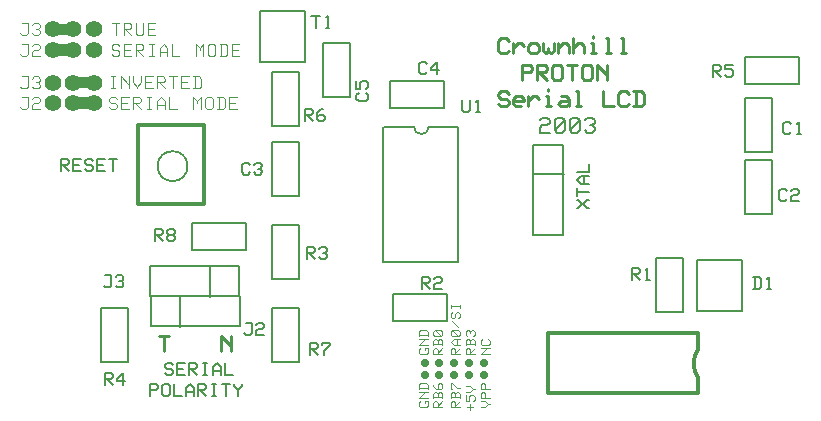
<source format=gbr>
G04 GERBER ASCII OUTPUT FROM: EDWINXP (VER. 1.20 REV. 20030502)*
G04 GERBER FORMAT: RX-274-X*
G04 BOARD: SERIAL_LCD_VER3*
G04 ARTWORK OF COMP.PRINT POSITIVE*
%ASAXBY*%
%FSLAX23Y23*%
%MIA0B0*%
%MOIN*%
%OFA0.0000B0.0000*%
%SFA1B1*%
%IJA0B0*%
%INLAYER0POS*%
%IOA0B0*%
%IPPOS*%
%IR0*%
G04 APERTURE MACROS*
%AMEDWDONUT*
1,1,$1,$2,$3*
1,0,$4,$2,$3*
%
%AMEDWFRECT*
20,1,$1,$2,$3,$4,$5,$6*
%
%AMEDWORECT*
20,1,$1,$2,$3,$4,$5,$10*
20,1,$1,$4,$5,$6,$7,$10*
20,1,$1,$6,$7,$8,$9,$10*
20,1,$1,$8,$9,$2,$3,$10*
1,1,$1,$2,$3*
1,1,$1,$4,$5*
1,1,$1,$6,$7*
1,1,$1,$8,$9*
%
%AMEDWLINER*
20,1,$1,$2,$3,$4,$5,$6*
1,1,$1,$2,$3*
1,1,$1,$4,$5*
%
%AMEDWFTRNG*
4,1,3,$1,$2,$3,$4,$5,$6,$7,$8,$9*
%
%AMEDWATRNG*
4,1,3,$1,$2,$3,$4,$5,$6,$7,$8,$9*
20,1,$11,$1,$2,$3,$4,$10*
20,1,$11,$3,$4,$5,$6,$10*
20,1,$11,$5,$6,$7,$8,$10*
1,1,$11,$3,$4*
1,1,$11,$5,$6*
1,1,$11,$7,$8*
%
%AMEDWOTRNG*
20,1,$1,$2,$3,$4,$5,$8*
20,1,$1,$4,$5,$6,$7,$8*
20,1,$1,$6,$7,$2,$3,$8*
1,1,$1,$2,$3*
1,1,$1,$4,$5*
1,1,$1,$6,$7*
%
G04*
G04 APERTURE LIST*
%ADD10R,0.0500X0.0580*%
%ADD11R,0.0740X0.0820*%
%ADD12R,0.0400X0.0480*%
%ADD13R,0.0640X0.0720*%
%ADD14R,0.0650X0.0700*%
%ADD15R,0.0890X0.0940*%
%ADD16R,0.0550X0.0600*%
%ADD17R,0.0790X0.0840*%
%ADD18R,0.0700X0.0650*%
%ADD19R,0.0940X0.0890*%
%ADD20R,0.0600X0.0550*%
%ADD21R,0.0840X0.0790*%
%ADD22R,0.0900X0.0350*%
%ADD23R,0.1140X0.0590*%
%ADD24R,0.0800X0.0250*%
%ADD25R,0.1040X0.0490*%
%ADD26R,0.0800X0.0800*%
%ADD27R,0.1040X0.1040*%
%ADD28R,0.0700X0.0700*%
%ADD29R,0.0940X0.0940*%
%ADD30C,0.0010*%
%ADD32C,0.0020*%
%ADD33R,0.0020X0.0020*%
%ADD34C,0.0030*%
%ADD35R,0.0030X0.0030*%
%ADD36C,0.0040*%
%ADD37R,0.0040X0.0040*%
%ADD38C,0.0050*%
%ADD39R,0.0050X0.0050*%
%ADD40C,0.00787*%
%ADD41R,0.00787X0.00787*%
%ADD42C,0.00795*%
%ADD44C,0.00894*%
%ADD46C,0.00984*%
%ADD47R,0.00984X0.00984*%
%ADD48C,0.0120*%
%ADD50C,0.01299*%
%ADD52C,0.01969*%
%ADD53R,0.01969X0.01969*%
%ADD54C,0.0250*%
%ADD56C,0.02784*%
%ADD58C,0.0280*%
%ADD60C,0.0290*%
%ADD62C,0.0300*%
%ADD64C,0.03195*%
%ADD66C,0.03294*%
%ADD68C,0.0360*%
%ADD70C,0.03699*%
%ADD72C,0.03937*%
%ADD73R,0.03937X0.03937*%
%ADD74C,0.0490*%
%ADD76C,0.0500*%
%ADD77R,0.0500X0.0500*%
%ADD78C,0.05184*%
%ADD80C,0.0540*%
%ADD82C,0.05487*%
%ADD84C,0.0560*%
%ADD86C,0.05906*%
%ADD87R,0.05906X0.05906*%
%ADD88C,0.0600*%
%ADD89R,0.0600X0.0600*%
%ADD90C,0.0620*%
%ADD92C,0.06906*%
%ADD93R,0.06906X0.06906*%
%ADD94C,0.0700*%
%ADD95R,0.0700X0.0700*%
%ADD96C,0.07087*%
%ADD98C,0.07887*%
%ADD100C,0.0800*%
%ADD102C,0.0860*%
%ADD104C,0.08858*%
%ADD105R,0.08858X0.08858*%
%ADD106C,0.0940*%
%ADD108C,0.09843*%
%ADD109R,0.09843X0.09843*%
%ADD110C,0.1040*%
%ADD112C,0.1100*%
%ADD115R,0.11258X0.11258*%
%ADD117R,0.12243X0.12243*%
%ADD118C,0.22243*%
%ADD119R,0.22243X0.22243*%
%ADD120C,0.32243*%
%ADD121R,0.32243X0.32243*%
%ADD122C,0.42243*%
%ADD123R,0.42243X0.42243*%
%ADD124C,0.52243*%
%ADD125R,0.52243X0.52243*%
%ADD126C,0.62243*%
%ADD127R,0.62243X0.62243*%
%ADD128C,0.72243*%
%ADD129R,0.72243X0.72243*%
%ADD130C,0.82243*%
%ADD131R,0.82243X0.82243*%
%ADD132C,0.92243*%
%ADD133R,0.92243X0.92243*%
%ADD134C,1.02243*%
%ADD135R,1.02243X1.02243*%
%ADD136C,1.12243*%
%ADD137R,1.12243X1.12243*%
%ADD138C,1.22243*%
%ADD139R,1.22243X1.22243*%
%ADD140C,1.32243*%
%ADD141R,1.32243X1.32243*%
%ADD142C,1.42243*%
%ADD143R,1.42243X1.42243*%
%ADD144C,1.52243*%
%ADD145R,1.52243X1.52243*%
%ADD146C,1.62243*%
%ADD147R,1.62243X1.62243*%
%ADD148C,1.72243*%
%ADD149R,1.72243X1.72243*%
%ADD150C,1.82243*%
%ADD151R,1.82243X1.82243*%
%ADD152C,1.92243*%
%ADD153R,1.92243X1.92243*%
G04*
D50* 
X2281Y67D02*
X1781Y67D01*
X1781Y267D01*
X2281Y267D01*
G75*
G01X2281Y217D02*
G03X2281Y117I70J-50D01*
G01*
G75*
G01X2281Y217D02*
G03X2281Y117I70J-50D01*
G01*
X2281Y217D02*D03*
X2281Y117D02*D03*
X2281Y117D02*
X2281Y67D01*
X2281Y217D02*
X2281Y267D01*
D42* 
X2427Y512D02*
X2427Y342D01*
X2277Y342D01*
X2277Y512D01*
X2427Y512D01*
D38* 
X2463Y413D02*
X2483Y413D01*
X2490Y420D01*
X2490Y447D01*
X2483Y453D01*
X2463Y453D01*
X2470Y453D02*
X2470Y413D01*
X2510Y413D02*
X2523Y413D01*
X2516Y413D02*
X2516Y453D01*
X2510Y447D01*
D42* 
X2140Y519D02*
X2230Y519D01*
X2230Y339D01*
X2140Y339D01*
X2140Y519D01*
D38* 
X2058Y445D02*
X2058Y485D01*
X2078Y485D01*
X2085Y479D01*
X2085Y472D01*
X2078Y465D01*
X2058Y465D01*
X2065Y465D02*
X2085Y445D01*
X2105Y445D02*
X2118Y445D01*
X2111Y445D02*
X2111Y485D01*
X2105Y479D01*
D42* 
X1264Y309D02*
X1264Y399D01*
X1444Y399D01*
X1444Y309D01*
X1264Y309D01*
D38* 
X1358Y413D02*
X1358Y453D01*
X1378Y453D01*
X1385Y447D01*
X1385Y440D01*
X1378Y433D01*
X1358Y433D01*
X1365Y433D02*
X1385Y413D01*
X1398Y447D02*
X1405Y453D01*
X1418Y453D01*
X1425Y447D01*
X1425Y440D01*
X1418Y433D01*
X1405Y433D01*
X1398Y427D01*
X1398Y413D01*
X1425Y413D01*
D42* 
X861Y627D02*
X951Y627D01*
X951Y447D01*
X861Y447D01*
X861Y627D01*
D38* 
X977Y515D02*
X977Y555D01*
X997Y555D01*
X1004Y549D01*
X1004Y542D01*
X997Y535D01*
X977Y535D01*
X984Y535D02*
X1004Y515D01*
X1017Y549D02*
X1024Y555D01*
X1037Y555D01*
X1044Y549D01*
X1044Y542D01*
X1037Y535D01*
X1030Y535D01*
X1037Y535D02*
X1044Y529D01*
X1044Y522D01*
X1037Y515D01*
X1024Y515D01*
X1017Y522D01*
D42* 
X380Y172D02*
X290Y172D01*
X290Y352D01*
X380Y352D01*
X380Y172D01*
D38* 
X304Y95D02*
X304Y135D01*
X324Y135D01*
X331Y128D01*
X331Y121D01*
X324Y115D01*
X304Y115D01*
X311Y115D02*
X331Y95D01*
X371Y108D02*
X344Y108D01*
X344Y115D01*
X364Y135D01*
X364Y95D01*
D42* 
X2615Y1187D02*
X2615Y1097D01*
X2435Y1097D01*
X2435Y1187D01*
X2615Y1187D01*
D38* 
X2329Y1121D02*
X2329Y1161D01*
X2349Y1161D01*
X2356Y1155D01*
X2356Y1148D01*
X2349Y1141D01*
X2329Y1141D01*
X2336Y1141D02*
X2356Y1121D01*
X2369Y1128D02*
X2376Y1121D01*
X2389Y1121D01*
X2396Y1128D01*
X2396Y1141D01*
X2389Y1148D01*
X2369Y1148D01*
X2369Y1161D01*
X2396Y1161D01*
D42* 
X2435Y1050D02*
X2525Y1050D01*
X2525Y870D01*
X2435Y870D01*
X2435Y1050D01*
D38* 
X2589Y937D02*
X2582Y930D01*
X2569Y930D01*
X2562Y937D01*
X2562Y963D01*
X2569Y970D01*
X2582Y970D01*
X2589Y963D01*
X2609Y930D02*
X2622Y930D01*
X2615Y930D02*
X2615Y970D01*
X2609Y963D01*
D42* 
X2525Y664D02*
X2435Y664D01*
X2435Y844D01*
X2525Y844D01*
X2525Y664D01*
D38* 
X2576Y715D02*
X2569Y709D01*
X2556Y709D01*
X2549Y715D01*
X2549Y742D01*
X2556Y749D01*
X2569Y749D01*
X2576Y742D01*
X2589Y742D02*
X2596Y749D01*
X2609Y749D01*
X2616Y742D01*
X2616Y735D01*
X2609Y729D01*
X2596Y729D01*
X2589Y722D01*
X2589Y709D01*
X2616Y709D01*
D42* 
X861Y903D02*
X951Y903D01*
X951Y723D01*
X861Y723D01*
X861Y903D01*
D38* 
X787Y803D02*
X780Y796D01*
X767Y796D01*
X760Y803D01*
X760Y829D01*
X767Y836D01*
X780Y836D01*
X787Y829D01*
X800Y829D02*
X807Y836D01*
X820Y836D01*
X827Y829D01*
X827Y823D01*
X820Y816D01*
X814Y816D01*
X820Y816D02*
X827Y809D01*
X827Y803D01*
X820Y796D01*
X807Y796D01*
X800Y803D01*
D42* 
X1433Y1108D02*
X1433Y1018D01*
X1253Y1018D01*
X1253Y1108D01*
X1433Y1108D01*
D38* 
X1375Y1139D02*
X1368Y1132D01*
X1355Y1132D01*
X1348Y1139D01*
X1348Y1165D01*
X1355Y1172D01*
X1368Y1172D01*
X1375Y1165D01*
X1415Y1145D02*
X1388Y1145D01*
X1388Y1152D01*
X1408Y1172D01*
X1408Y1132D01*
D42* 
X1118Y1056D02*
X1028Y1056D01*
X1028Y1236D01*
X1118Y1236D01*
X1118Y1056D01*
D38* 
X1174Y1069D02*
X1181Y1062D01*
X1181Y1049D01*
X1174Y1042D01*
X1148Y1042D01*
X1141Y1049D01*
X1141Y1062D01*
X1148Y1069D01*
X1174Y1082D02*
X1181Y1089D01*
X1181Y1102D01*
X1174Y1109D01*
X1161Y1109D01*
X1154Y1102D01*
X1154Y1082D01*
X1141Y1082D01*
X1141Y1109D01*
D42* 
X1481Y956D02*
X1481Y506D01*
X1231Y956D02*
X1231Y506D01*
X1382Y956D02*
X1481Y956D01*
X1332Y956D02*
X1232Y956D01*
G75*
G01X1332Y956D02*
G03X1382Y956I25J0D01*
G01*
G75*
G01X1332Y956D02*
G03X1382Y956I25J0D01*
G01*
X1332Y956D02*D03*
X1382Y956D02*D03*
X1231Y506D02*
X1481Y506D01*
D38* 
X1494Y1043D02*
X1494Y1010D01*
X1500Y1003D01*
X1514Y1003D01*
X1520Y1010D01*
X1520Y1043D01*
X1540Y1003D02*
X1554Y1003D01*
X1547Y1003D02*
X1547Y1043D01*
X1540Y1037D01*
X1831Y894D02*
X1831Y596D01*
X1731Y596D01*
X1731Y894D01*
X1831Y894D01*
X1731Y797D02*
X1832Y797D01*
X455Y390D02*
X752Y390D01*
X752Y290D01*
X455Y290D01*
X455Y390D01*
X552Y289D02*
X552Y391D01*
X766Y268D02*
X773Y261D01*
X786Y261D01*
X793Y268D01*
X793Y301D01*
X773Y301D01*
X806Y294D02*
X813Y301D01*
X826Y301D01*
X833Y294D01*
X833Y288D01*
X826Y281D01*
X813Y281D01*
X806Y274D01*
X806Y261D01*
X833Y261D01*
D50* 
X412Y697D02*
X412Y961D01*
X633Y961D01*
X633Y697D01*
X412Y697D01*
D38* 
G75*
G01X578Y824D02*
G03X578Y824I-50J0D01*
G01*
D42* 
X821Y1171D02*
X821Y1341D01*
X971Y1341D01*
X971Y1171D01*
X821Y1171D01*
D38* 
X1005Y1286D02*
X1005Y1326D01*
X991Y1326D02*
X1018Y1326D01*
X1038Y1286D02*
X1051Y1286D01*
X1045Y1286D02*
X1045Y1326D01*
X1038Y1320D01*
D42* 
X861Y1139D02*
X951Y1139D01*
X951Y959D01*
X861Y959D01*
X861Y1139D01*
D38* 
X970Y975D02*
X970Y1015D01*
X990Y1015D01*
X997Y1009D01*
X997Y1002D01*
X990Y995D01*
X970Y995D01*
X977Y995D02*
X997Y975D01*
X1010Y989D02*
X1017Y995D01*
X1030Y995D01*
X1037Y989D01*
X1037Y982D01*
X1030Y975D01*
X1017Y975D01*
X1010Y982D01*
X1010Y1002D01*
X1023Y1015D01*
X1030Y1015D01*
D42* 
X861Y352D02*
X951Y352D01*
X951Y172D01*
X861Y172D01*
X861Y352D01*
D38* 
X987Y193D02*
X987Y233D01*
X1007Y233D01*
X1013Y227D01*
X1013Y220D01*
X1007Y213D01*
X987Y213D01*
X993Y213D02*
X1013Y193D01*
X1033Y193D02*
X1033Y207D01*
X1053Y227D01*
X1053Y233D01*
X1027Y233D01*
X1027Y227D01*
X749Y390D02*
X452Y390D01*
X452Y490D01*
X749Y490D01*
X749Y390D01*
X652Y491D02*
X652Y389D01*
X298Y426D02*
X304Y420D01*
X318Y420D01*
X324Y426D01*
X324Y460D01*
X304Y460D01*
X338Y453D02*
X344Y460D01*
X358Y460D01*
X364Y453D01*
X364Y446D01*
X358Y440D01*
X351Y440D01*
X358Y440D02*
X364Y433D01*
X364Y426D01*
X358Y420D01*
X344Y420D01*
X338Y426D01*
D42* 
X593Y546D02*
X593Y636D01*
X773Y636D01*
X773Y546D01*
X593Y546D01*
D38* 
X468Y575D02*
X468Y615D01*
X488Y615D01*
X495Y609D01*
X495Y602D01*
X488Y595D01*
X468Y595D01*
X475Y595D02*
X495Y575D01*
X508Y582D02*
X508Y589D01*
X515Y595D01*
X528Y595D01*
X535Y602D01*
X535Y609D01*
X528Y615D01*
X515Y615D01*
X508Y609D01*
X508Y602D01*
X515Y595D01*
X528Y595D02*
X535Y589D01*
X535Y582D01*
X528Y575D01*
X515Y575D01*
X508Y582D01*
D82* 
X128Y1280D02*D03*
X197Y1280D02*D03*
X266Y1280D02*D03*
X128Y1211D02*D03*
X197Y1211D02*D03*
X266Y1211D02*D03*
X128Y1102D02*D03*
X197Y1102D02*D03*
X266Y1102D02*D03*
X128Y1033D02*D03*
X197Y1033D02*D03*
X266Y1033D02*D03*
G36*
X108Y1299D02*
X108Y1260D01*
X207Y1260D01*
X207Y1299D01*
X108Y1299D01*
G37*
G36*
X108Y1230D02*
X108Y1191D01*
X197Y1191D01*
X197Y1230D01*
X108Y1230D01*
G37*
G36*
X276Y1122D02*
X276Y1083D01*
X197Y1083D01*
X197Y1122D01*
X276Y1122D01*
G37*
G36*
X276Y1053D02*
X276Y1014D01*
X197Y1014D01*
X197Y1053D01*
X276Y1053D01*
G37*
D56* 
X1368Y167D02*D03*
X1368Y128D02*D03*
X1417Y128D02*D03*
X1417Y167D02*D03*
X1467Y167D02*D03*
X1467Y128D02*D03*
X1516Y167D02*D03*
X1516Y128D02*D03*
X1565Y167D02*D03*
X1565Y128D02*D03*
D42* 
X1915Y684D02*
X1908Y684D01*
X1881Y711D01*
X1875Y711D01*
X1875Y684D02*
X1881Y684D01*
X1908Y711D01*
X1915Y711D01*
X1915Y738D02*
X1875Y738D01*
X1875Y724D02*
X1875Y751D01*
X1915Y764D02*
X1888Y764D01*
X1875Y778D01*
X1888Y791D01*
X1915Y791D01*
X1901Y791D02*
X1901Y764D01*
X1875Y804D02*
X1915Y804D01*
X1915Y831D01*
X157Y807D02*
X157Y847D01*
X177Y847D01*
X184Y840D01*
X184Y834D01*
X177Y827D01*
X157Y827D01*
X164Y827D02*
X184Y807D01*
X224Y807D02*
X197Y807D01*
X197Y847D01*
X224Y847D01*
X197Y827D02*
X217Y827D01*
X237Y814D02*
X244Y807D01*
X257Y807D01*
X264Y814D01*
X264Y820D01*
X257Y827D01*
X244Y827D01*
X237Y834D01*
X237Y840D01*
X244Y847D01*
X257Y847D01*
X264Y840D01*
X304Y807D02*
X277Y807D01*
X277Y847D01*
X304Y847D01*
X277Y827D02*
X297Y827D01*
X331Y807D02*
X331Y847D01*
X317Y847D02*
X344Y847D01*
D44* 
X499Y207D02*
X499Y257D01*
X482Y257D02*
X516Y257D01*
X689Y207D02*
X689Y257D01*
X722Y223D01*
X722Y257D02*
X722Y207D01*
D36* 
X1353Y217D02*
X1348Y212D01*
X1348Y202D01*
X1353Y197D01*
X1373Y197D01*
X1378Y202D01*
X1378Y217D01*
X1368Y217D01*
X1368Y212D01*
X1378Y227D02*
X1348Y227D01*
X1368Y247D01*
X1348Y247D02*
X1378Y247D01*
X1378Y257D02*
X1378Y272D01*
X1373Y277D01*
X1353Y277D01*
X1348Y272D01*
X1348Y257D01*
X1348Y262D02*
X1378Y262D01*
X1427Y197D02*
X1397Y197D01*
X1397Y212D01*
X1402Y217D01*
X1407Y217D01*
X1412Y212D01*
X1412Y197D01*
X1412Y202D02*
X1427Y217D01*
X1427Y227D02*
X1427Y242D01*
X1422Y247D01*
X1417Y247D01*
X1412Y242D01*
X1412Y232D01*
X1412Y242D02*
X1407Y247D01*
X1402Y247D01*
X1397Y242D01*
X1397Y227D01*
X1397Y232D02*
X1427Y232D01*
X1422Y257D02*
X1402Y257D01*
X1397Y262D01*
X1397Y272D01*
X1402Y277D01*
X1422Y277D01*
X1427Y272D01*
X1427Y262D01*
X1422Y257D01*
X1402Y277D01*
X1535Y197D02*
X1505Y197D01*
X1505Y212D01*
X1510Y217D01*
X1515Y217D01*
X1520Y212D01*
X1520Y197D01*
X1520Y202D02*
X1535Y217D01*
X1535Y227D02*
X1535Y242D01*
X1530Y247D01*
X1525Y247D01*
X1520Y242D01*
X1520Y232D01*
X1520Y242D02*
X1515Y247D01*
X1510Y247D01*
X1505Y242D01*
X1505Y227D01*
X1505Y232D02*
X1535Y232D01*
X1510Y257D02*
X1505Y262D01*
X1505Y272D01*
X1510Y277D01*
X1515Y277D01*
X1520Y272D01*
X1520Y267D01*
X1520Y272D02*
X1525Y277D01*
X1530Y277D01*
X1535Y272D01*
X1535Y262D01*
X1530Y257D01*
X1585Y197D02*
X1555Y197D01*
X1575Y217D01*
X1555Y217D02*
X1585Y217D01*
X1580Y247D02*
X1585Y242D01*
X1585Y232D01*
X1580Y227D01*
X1560Y227D01*
X1555Y232D01*
X1555Y242D01*
X1560Y247D01*
X1353Y40D02*
X1348Y35D01*
X1348Y25D01*
X1353Y20D01*
X1373Y20D01*
X1378Y25D01*
X1378Y40D01*
X1368Y40D01*
X1368Y35D01*
X1378Y50D02*
X1348Y50D01*
X1368Y70D01*
X1348Y70D02*
X1378Y70D01*
X1378Y80D02*
X1378Y95D01*
X1373Y100D01*
X1353Y100D01*
X1348Y95D01*
X1348Y80D01*
X1348Y85D02*
X1378Y85D01*
X1427Y20D02*
X1397Y20D01*
X1397Y35D01*
X1402Y40D01*
X1407Y40D01*
X1412Y35D01*
X1412Y20D01*
X1412Y25D02*
X1427Y40D01*
X1427Y50D02*
X1427Y65D01*
X1422Y70D01*
X1417Y70D01*
X1412Y65D01*
X1412Y55D01*
X1412Y65D02*
X1407Y70D01*
X1402Y70D01*
X1397Y65D01*
X1397Y50D01*
X1397Y55D02*
X1427Y55D01*
X1417Y80D02*
X1412Y85D01*
X1412Y95D01*
X1417Y100D01*
X1422Y100D01*
X1427Y95D01*
X1427Y85D01*
X1422Y80D01*
X1407Y80D01*
X1397Y90D01*
X1397Y95D01*
X1486Y20D02*
X1456Y20D01*
X1456Y35D01*
X1461Y40D01*
X1466Y40D01*
X1471Y35D01*
X1471Y20D01*
X1471Y25D02*
X1486Y40D01*
X1486Y50D02*
X1486Y65D01*
X1481Y70D01*
X1476Y70D01*
X1471Y65D01*
X1471Y55D01*
X1471Y65D02*
X1466Y70D01*
X1461Y70D01*
X1456Y65D01*
X1456Y50D01*
X1456Y55D02*
X1486Y55D01*
X1486Y85D02*
X1476Y85D01*
X1461Y100D01*
X1456Y100D01*
X1456Y80D01*
X1461Y80D01*
X1520Y10D02*
X1520Y30D01*
X1510Y20D02*
X1530Y20D01*
X1530Y40D02*
X1535Y45D01*
X1535Y55D01*
X1530Y60D01*
X1520Y60D01*
X1515Y55D01*
X1515Y40D01*
X1505Y40D01*
X1505Y60D01*
X1505Y70D02*
X1520Y70D01*
X1530Y80D01*
X1535Y80D01*
X1530Y80D02*
X1520Y90D01*
X1505Y90D01*
X1555Y20D02*
X1570Y20D01*
X1580Y30D01*
X1585Y30D01*
X1580Y30D02*
X1570Y40D01*
X1555Y40D01*
X1585Y50D02*
X1555Y50D01*
X1555Y65D01*
X1560Y70D01*
X1565Y70D01*
X1570Y65D01*
X1570Y50D01*
X1585Y80D02*
X1555Y80D01*
X1555Y95D01*
X1560Y100D01*
X1565Y100D01*
X1570Y95D01*
X1570Y80D01*
D42* 
X502Y135D02*
X509Y128D01*
X522Y128D01*
X529Y135D01*
X529Y141D01*
X522Y148D01*
X509Y148D01*
X502Y155D01*
X502Y161D01*
X509Y168D01*
X522Y168D01*
X529Y161D01*
X569Y128D02*
X542Y128D01*
X542Y168D01*
X569Y168D01*
X542Y148D02*
X562Y148D01*
X582Y128D02*
X582Y168D01*
X602Y168D01*
X609Y161D01*
X609Y155D01*
X602Y148D01*
X582Y148D01*
X589Y148D02*
X609Y128D01*
X629Y128D02*
X642Y128D01*
X635Y128D02*
X635Y168D01*
X629Y168D02*
X642Y168D01*
X662Y128D02*
X662Y155D01*
X675Y168D01*
X689Y155D01*
X689Y128D01*
X689Y141D02*
X662Y141D01*
X702Y168D02*
X702Y128D01*
X729Y128D01*
X453Y59D02*
X453Y99D01*
X473Y99D01*
X479Y92D01*
X479Y86D01*
X473Y79D01*
X453Y79D01*
X493Y66D02*
X493Y92D01*
X499Y99D01*
X513Y99D01*
X519Y92D01*
X519Y66D01*
X513Y59D01*
X499Y59D01*
X493Y66D01*
X533Y99D02*
X533Y59D01*
X559Y59D01*
X573Y59D02*
X573Y86D01*
X586Y99D01*
X599Y86D01*
X599Y59D01*
X599Y72D02*
X573Y72D01*
X613Y59D02*
X613Y99D01*
X633Y99D01*
X639Y92D01*
X639Y86D01*
X633Y79D01*
X613Y79D01*
X619Y79D02*
X639Y59D01*
X659Y59D02*
X673Y59D01*
X666Y59D02*
X666Y99D01*
X659Y99D02*
X673Y99D01*
X706Y59D02*
X706Y99D01*
X693Y99D02*
X719Y99D01*
X733Y99D02*
X733Y92D01*
X746Y79D01*
X746Y59D01*
X746Y79D02*
X759Y92D01*
X759Y99D01*
D44* 
X1648Y1209D02*
X1639Y1201D01*
X1623Y1201D01*
X1614Y1209D01*
X1614Y1242D01*
X1623Y1251D01*
X1639Y1251D01*
X1648Y1242D01*
X1664Y1201D02*
X1664Y1234D01*
X1664Y1217D02*
X1681Y1234D01*
X1689Y1234D01*
X1698Y1226D01*
X1714Y1209D02*
X1714Y1226D01*
X1723Y1234D01*
X1739Y1234D01*
X1748Y1226D01*
X1748Y1209D01*
X1739Y1201D01*
X1723Y1201D01*
X1714Y1209D01*
X1764Y1234D02*
X1764Y1209D01*
X1773Y1201D01*
X1781Y1209D01*
X1781Y1217D01*
X1781Y1209D02*
X1789Y1201D01*
X1798Y1209D01*
X1798Y1234D01*
X1814Y1201D02*
X1814Y1234D01*
X1814Y1217D02*
X1831Y1234D01*
X1839Y1234D01*
X1848Y1226D01*
X1848Y1201D01*
X1864Y1201D02*
X1864Y1251D01*
X1864Y1217D02*
X1881Y1234D01*
X1889Y1234D01*
X1898Y1226D01*
X1898Y1201D01*
X1923Y1201D02*
X1939Y1201D01*
X1931Y1201D02*
X1931Y1234D01*
X1923Y1234D01*
X1931Y1251D02*
X1931Y1259D01*
X1973Y1251D02*
X1981Y1251D01*
X1981Y1201D01*
X1973Y1201D02*
X1989Y1201D01*
X2023Y1251D02*
X2031Y1251D01*
X2031Y1201D01*
X2023Y1201D02*
X2039Y1201D01*
X1693Y1112D02*
X1693Y1162D01*
X1718Y1162D01*
X1726Y1154D01*
X1726Y1146D01*
X1718Y1137D01*
X1693Y1137D01*
X1743Y1112D02*
X1743Y1162D01*
X1768Y1162D01*
X1776Y1154D01*
X1776Y1146D01*
X1768Y1137D01*
X1743Y1137D01*
X1751Y1137D02*
X1776Y1112D01*
X1793Y1121D02*
X1793Y1154D01*
X1801Y1162D01*
X1818Y1162D01*
X1826Y1154D01*
X1826Y1121D01*
X1818Y1112D01*
X1801Y1112D01*
X1793Y1121D01*
X1860Y1112D02*
X1860Y1162D01*
X1843Y1162D02*
X1876Y1162D01*
X1893Y1121D02*
X1893Y1154D01*
X1901Y1162D01*
X1918Y1162D01*
X1926Y1154D01*
X1926Y1121D01*
X1918Y1112D01*
X1901Y1112D01*
X1893Y1121D01*
X1943Y1112D02*
X1943Y1162D01*
X1976Y1129D01*
X1976Y1162D02*
X1976Y1112D01*
X1614Y1032D02*
X1623Y1024D01*
X1639Y1024D01*
X1648Y1032D01*
X1648Y1040D01*
X1639Y1049D01*
X1623Y1049D01*
X1614Y1057D01*
X1614Y1065D01*
X1623Y1074D01*
X1639Y1074D01*
X1648Y1065D01*
X1664Y1040D02*
X1698Y1040D01*
X1698Y1049D01*
X1689Y1057D01*
X1673Y1057D01*
X1664Y1049D01*
X1664Y1032D01*
X1673Y1024D01*
X1689Y1024D01*
X1714Y1024D02*
X1714Y1057D01*
X1714Y1040D02*
X1731Y1057D01*
X1739Y1057D01*
X1748Y1049D01*
X1773Y1024D02*
X1789Y1024D01*
X1781Y1024D02*
X1781Y1057D01*
X1773Y1057D01*
X1781Y1074D02*
X1781Y1082D01*
X1823Y1057D02*
X1839Y1057D01*
X1848Y1049D01*
X1848Y1024D01*
X1848Y1032D02*
X1839Y1024D01*
X1823Y1024D01*
X1814Y1032D01*
X1823Y1040D01*
X1848Y1040D01*
X1873Y1074D02*
X1881Y1074D01*
X1881Y1024D01*
X1873Y1024D02*
X1889Y1024D01*
X1964Y1074D02*
X1964Y1024D01*
X1998Y1024D01*
X2048Y1032D02*
X2039Y1024D01*
X2023Y1024D01*
X2014Y1032D01*
X2014Y1065D01*
X2023Y1074D01*
X2039Y1074D01*
X2048Y1065D01*
X2064Y1024D02*
X2089Y1024D01*
X2098Y1032D01*
X2098Y1065D01*
X2089Y1074D01*
X2064Y1074D01*
X2073Y1074D02*
X2073Y1024D01*
D38* 
X1752Y977D02*
X1760Y985D01*
X1777Y985D01*
X1785Y977D01*
X1785Y968D01*
X1777Y960D01*
X1760Y960D01*
X1752Y952D01*
X1752Y935D01*
X1785Y935D01*
X1802Y943D02*
X1802Y977D01*
X1810Y985D01*
X1827Y985D01*
X1835Y977D01*
X1835Y943D01*
X1827Y935D01*
X1810Y935D01*
X1802Y943D01*
X1835Y977D01*
X1852Y943D02*
X1852Y977D01*
X1860Y985D01*
X1877Y985D01*
X1885Y977D01*
X1885Y943D01*
X1877Y935D01*
X1860Y935D01*
X1852Y943D01*
X1885Y977D01*
X1902Y977D02*
X1910Y985D01*
X1927Y985D01*
X1935Y977D01*
X1935Y968D01*
X1927Y960D01*
X1919Y960D01*
X1927Y960D02*
X1935Y952D01*
X1935Y943D01*
X1927Y935D01*
X1910Y935D01*
X1902Y943D01*
D36* 
X20Y1267D02*
X26Y1260D01*
X40Y1260D01*
X46Y1267D01*
X46Y1300D01*
X26Y1300D01*
X60Y1293D02*
X66Y1300D01*
X80Y1300D01*
X86Y1293D01*
X86Y1287D01*
X80Y1280D01*
X73Y1280D01*
X80Y1280D02*
X86Y1273D01*
X86Y1267D01*
X80Y1260D01*
X66Y1260D01*
X60Y1267D01*
X20Y1089D02*
X26Y1083D01*
X40Y1083D01*
X46Y1089D01*
X46Y1123D01*
X26Y1123D01*
X60Y1116D02*
X66Y1123D01*
X80Y1123D01*
X86Y1116D01*
X86Y1109D01*
X80Y1103D01*
X73Y1103D01*
X80Y1103D02*
X86Y1096D01*
X86Y1089D01*
X80Y1083D01*
X66Y1083D01*
X60Y1089D01*
X20Y1198D02*
X26Y1191D01*
X40Y1191D01*
X46Y1198D01*
X46Y1231D01*
X26Y1231D01*
X60Y1224D02*
X66Y1231D01*
X80Y1231D01*
X86Y1224D01*
X86Y1218D01*
X80Y1211D01*
X66Y1211D01*
X60Y1204D01*
X60Y1191D01*
X86Y1191D01*
X20Y1020D02*
X26Y1014D01*
X40Y1014D01*
X46Y1020D01*
X46Y1054D01*
X26Y1054D01*
X60Y1047D02*
X66Y1054D01*
X80Y1054D01*
X86Y1047D01*
X86Y1040D01*
X80Y1034D01*
X66Y1034D01*
X60Y1027D01*
X60Y1014D01*
X86Y1014D01*
X338Y1260D02*
X338Y1300D01*
X325Y1300D02*
X351Y1300D01*
X365Y1260D02*
X365Y1300D01*
X385Y1300D01*
X391Y1293D01*
X391Y1287D01*
X385Y1280D01*
X365Y1280D01*
X371Y1280D02*
X391Y1260D01*
X405Y1300D02*
X405Y1267D01*
X411Y1260D01*
X425Y1260D01*
X431Y1267D01*
X431Y1300D01*
X471Y1260D02*
X445Y1260D01*
X445Y1300D01*
X471Y1300D01*
X445Y1280D02*
X465Y1280D01*
X315Y1020D02*
X322Y1014D01*
X335Y1014D01*
X342Y1020D01*
X342Y1027D01*
X335Y1034D01*
X322Y1034D01*
X315Y1040D01*
X315Y1047D01*
X322Y1054D01*
X335Y1054D01*
X342Y1047D01*
X382Y1014D02*
X355Y1014D01*
X355Y1054D01*
X382Y1054D01*
X355Y1034D02*
X375Y1034D01*
X395Y1014D02*
X395Y1054D01*
X415Y1054D01*
X422Y1047D01*
X422Y1040D01*
X415Y1034D01*
X395Y1034D01*
X402Y1034D02*
X422Y1014D01*
X442Y1014D02*
X455Y1014D01*
X448Y1014D02*
X448Y1054D01*
X442Y1054D02*
X455Y1054D01*
X475Y1014D02*
X475Y1040D01*
X488Y1054D01*
X502Y1040D01*
X502Y1014D01*
X502Y1027D02*
X475Y1027D01*
X515Y1054D02*
X515Y1014D01*
X542Y1014D01*
X595Y1014D02*
X595Y1054D01*
X608Y1040D01*
X608Y1034D01*
X608Y1040D02*
X622Y1054D01*
X622Y1014D01*
X635Y1020D02*
X635Y1047D01*
X642Y1054D01*
X655Y1054D01*
X662Y1047D01*
X662Y1020D01*
X655Y1014D01*
X642Y1014D01*
X635Y1020D01*
X675Y1014D02*
X695Y1014D01*
X702Y1020D01*
X702Y1047D01*
X695Y1054D01*
X675Y1054D01*
X682Y1054D02*
X682Y1014D01*
X742Y1014D02*
X715Y1014D01*
X715Y1054D01*
X742Y1054D01*
X715Y1034D02*
X735Y1034D01*
X322Y1083D02*
X335Y1083D01*
X328Y1083D02*
X328Y1123D01*
X322Y1123D02*
X335Y1123D01*
X355Y1083D02*
X355Y1123D01*
X382Y1096D01*
X382Y1123D02*
X382Y1083D01*
X395Y1123D02*
X395Y1103D01*
X408Y1089D01*
X408Y1083D01*
X408Y1089D02*
X422Y1103D01*
X422Y1123D01*
X462Y1083D02*
X435Y1083D01*
X435Y1123D01*
X462Y1123D01*
X435Y1103D02*
X455Y1103D01*
X475Y1083D02*
X475Y1123D01*
X495Y1123D01*
X502Y1116D01*
X502Y1109D01*
X495Y1103D01*
X475Y1103D01*
X482Y1103D02*
X502Y1083D01*
X528Y1083D02*
X528Y1123D01*
X515Y1123D02*
X542Y1123D01*
X582Y1083D02*
X555Y1083D01*
X555Y1123D01*
X582Y1123D01*
X555Y1103D02*
X575Y1103D01*
X595Y1083D02*
X615Y1083D01*
X622Y1089D01*
X622Y1116D01*
X615Y1123D01*
X595Y1123D01*
X602Y1123D02*
X602Y1083D01*
X325Y1198D02*
X331Y1191D01*
X345Y1191D01*
X351Y1198D01*
X351Y1204D01*
X345Y1211D01*
X331Y1211D01*
X325Y1218D01*
X325Y1224D01*
X331Y1231D01*
X345Y1231D01*
X351Y1224D01*
X391Y1191D02*
X365Y1191D01*
X365Y1231D01*
X391Y1231D01*
X365Y1211D02*
X385Y1211D01*
X405Y1191D02*
X405Y1231D01*
X425Y1231D01*
X431Y1224D01*
X431Y1218D01*
X425Y1211D01*
X405Y1211D01*
X411Y1211D02*
X431Y1191D01*
X451Y1191D02*
X465Y1191D01*
X458Y1191D02*
X458Y1231D01*
X451Y1231D02*
X465Y1231D01*
X485Y1191D02*
X485Y1218D01*
X498Y1231D01*
X511Y1218D01*
X511Y1191D01*
X511Y1204D02*
X485Y1204D01*
X525Y1231D02*
X525Y1191D01*
X551Y1191D01*
X605Y1191D02*
X605Y1231D01*
X618Y1218D01*
X618Y1211D01*
X618Y1218D02*
X631Y1231D01*
X631Y1191D01*
X645Y1198D02*
X645Y1224D01*
X651Y1231D01*
X665Y1231D01*
X671Y1224D01*
X671Y1198D01*
X665Y1191D01*
X651Y1191D01*
X645Y1198D01*
X685Y1191D02*
X705Y1191D01*
X711Y1198D01*
X711Y1224D01*
X705Y1231D01*
X685Y1231D01*
X691Y1231D02*
X691Y1191D01*
X751Y1191D02*
X725Y1191D01*
X725Y1231D01*
X751Y1231D01*
X725Y1211D02*
X745Y1211D01*
X1486Y197D02*
X1456Y197D01*
X1456Y212D01*
X1461Y217D01*
X1466Y217D01*
X1471Y212D01*
X1471Y197D01*
X1471Y202D02*
X1486Y217D01*
X1486Y227D02*
X1466Y227D01*
X1456Y237D01*
X1466Y247D01*
X1486Y247D01*
X1476Y247D02*
X1476Y227D01*
X1481Y257D02*
X1461Y257D01*
X1456Y262D01*
X1456Y272D01*
X1461Y277D01*
X1481Y277D01*
X1486Y272D01*
X1486Y262D01*
X1481Y257D01*
X1461Y277D01*
X1481Y287D02*
X1461Y307D01*
X1481Y317D02*
X1486Y322D01*
X1486Y332D01*
X1481Y337D01*
X1476Y337D01*
X1471Y332D01*
X1471Y322D01*
X1466Y317D01*
X1461Y317D01*
X1456Y322D01*
X1456Y332D01*
X1461Y337D01*
X1486Y352D02*
X1486Y362D01*
X1486Y357D02*
X1456Y357D01*
X1456Y352D02*
X1456Y362D01*
M02*

</source>
